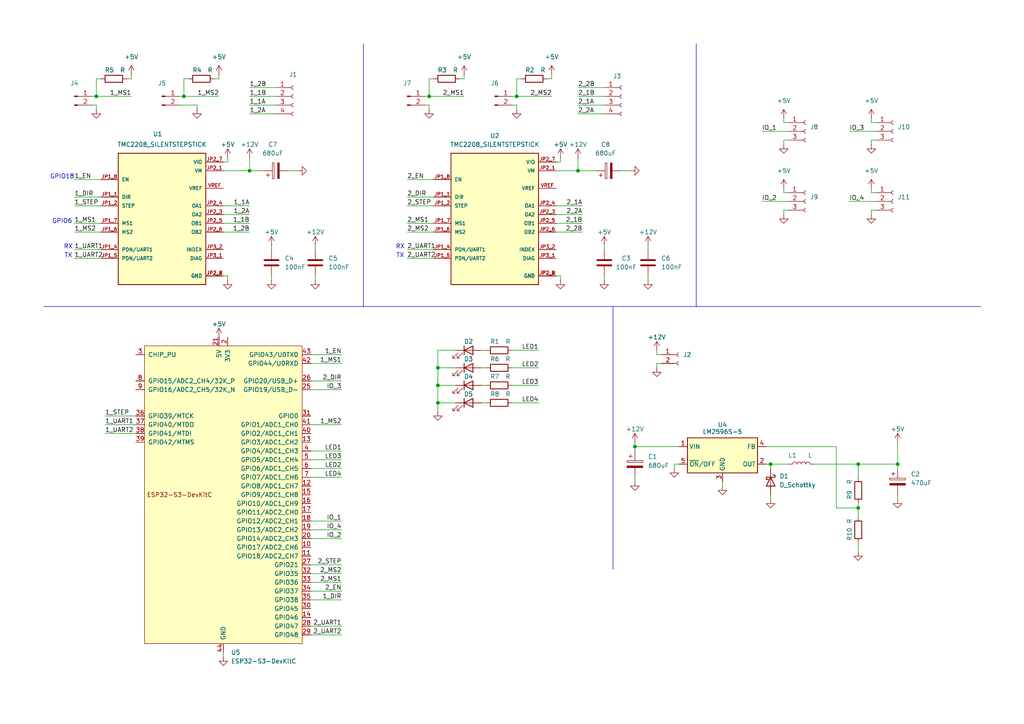
<source format=kicad_sch>
(kicad_sch (version 20231120) (generator "eeschema") (generator_version "8.0")
  (paper "A4")
  (lib_symbols
    (symbol "Connector:Conn_01x02_Pin" (pin_names (offset 1.016) hide)
      (property "Reference" "J" (at 0 2.54 0))
      (property "Value" "Conn_01x02_Pin" (at 0 -5.08 0))
      (symbol "Conn_01x02_Pin_1_1"
        (polyline (pts (xy 1.27 -2.54) (xy 0.8636 -2.54)) (stroke (width 0.1524)))
        (polyline (pts (xy 1.27 0) (xy 0.8636 0)) (stroke (width 0.1524)))
        (rectangle (start 0.8636 -2.413) (end 0 -2.667) (stroke (width 0.1524)) (fill (type outline)))
        (rectangle (start 0.8636 0.127) (end 0 -0.127) (stroke (width 0.1524)) (fill (type outline)))
        (pin passive line (at 5.08 0 180) (length 3.81) (name "Pin_1") (number "1"))
        (pin passive line (at 5.08 -2.54 180) (length 3.81) (name "Pin_2") (number "2"))
      )
    )
    (symbol "Connector:Conn_01x02_Socket" (pin_names (offset 1.016) hide)
      (property "Reference" "J" (at 0 2.54 0))
      (property "Value" "Conn_01x02_Socket" (at 0 -5.08 0))
      (symbol "Conn_01x02_Socket_1_1"
        (arc (start 0 -2.032) (mid -0.5058 -2.54) (end 0 -3.048) (stroke (width 0.1524)))
        (polyline (pts (xy -1.27 -2.54) (xy -0.508 -2.54)) (stroke (width 0.1524)))
        (polyline (pts (xy -1.27 0) (xy -0.508 0)) (stroke (width 0.1524)))
        (arc (start 0 0.508) (mid -0.5058 0) (end 0 -0.508) (stroke (width 0.1524)))
        (pin passive line (at -5.08 0 0) (length 3.81) (name "Pin_1") (number "1"))
        (pin passive line (at -5.08 -2.54 0) (length 3.81) (name "Pin_2") (number "2"))
      )
    )
    (symbol "Connector:Conn_01x03_Socket" (pin_names (offset 1.016) hide)
      (property "Reference" "J" (at 0 5.08 0))
      (property "Value" "Conn_01x03_Socket" (at 0 -5.08 0))
      (symbol "Conn_01x03_Socket_1_1"
        (arc (start 0 -2.032) (mid -0.5058 -2.54) (end 0 -3.048) (stroke (width 0.1524)))
        (polyline (pts (xy -1.27 -2.54) (xy -0.508 -2.54)) (stroke (width 0.1524)))
        (polyline (pts (xy -1.27 0) (xy -0.508 0)) (stroke (width 0.1524)))
        (polyline (pts (xy -1.27 2.54) (xy -0.508 2.54)) (stroke (width 0.1524)))
        (arc (start 0 0.508) (mid -0.5058 0) (end 0 -0.508) (stroke (width 0.1524)))
        (arc (start 0 3.048) (mid -0.5058 2.54) (end 0 2.032) (stroke (width 0.1524)))
        (pin passive line (at -5.08 2.54 0) (length 3.81) (name "Pin_1") (number "1"))
        (pin passive line (at -5.08 0 0) (length 3.81) (name "Pin_2") (number "2"))
        (pin passive line (at -5.08 -2.54 0) (length 3.81) (name "Pin_3") (number "3"))
      )
    )
    (symbol "Connector:Conn_01x04_Socket" (pin_names (offset 1.016) hide)
      (property "Reference" "J" (at 0 5.08 0))
      (property "Value" "Conn_01x04_Socket" (at 0 -7.62 0))
      (symbol "Conn_01x04_Socket_1_1"
        (arc (start 0 -4.572) (mid -0.5058 -5.08) (end 0 -5.588) (stroke (width 0.1524)))
        (arc (start 0 -2.032) (mid -0.5058 -2.54) (end 0 -3.048) (stroke (width 0.1524)))
        (polyline (pts (xy -1.27 -5.08) (xy -0.508 -5.08)) (stroke (width 0.1524)))
        (polyline (pts (xy -1.27 -2.54) (xy -0.508 -2.54)) (stroke (width 0.1524)))
        (polyline (pts (xy -1.27 0) (xy -0.508 0)) (stroke (width 0.1524)))
        (polyline (pts (xy -1.27 2.54) (xy -0.508 2.54)) (stroke (width 0.1524)))
        (arc (start 0 0.508) (mid -0.5058 0) (end 0 -0.508) (stroke (width 0.1524)))
        (arc (start 0 3.048) (mid -0.5058 2.54) (end 0 2.032) (stroke (width 0.1524)))
        (pin passive line (at -5.08 2.54 0) (length 3.81) (name "Pin_1") (number "1"))
        (pin passive line (at -5.08 0 0) (length 3.81) (name "Pin_2") (number "2"))
        (pin passive line (at -5.08 -2.54 0) (length 3.81) (name "Pin_3") (number "3"))
        (pin passive line (at -5.08 -5.08 0) (length 3.81) (name "Pin_4") (number "4"))
      )
    )
    (symbol "Device:C" (pin_numbers hide) (pin_names (offset 0.254))
      (property "Reference" "C" (at 0.635 2.54 0))
      (property "Value" "C" (at 0.635 -2.54 0))
      (symbol "C_0_1"
        (polyline (pts (xy -2.032 -0.762) (xy 2.032 -0.762)) (stroke (width 0.508)))
        (polyline (pts (xy -2.032 0.762) (xy 2.032 0.762)) (stroke (width 0.508)))
      )
      (symbol "C_1_1"
        (pin passive line (at 0 3.81 270) (length 2.794) (name "~") (number "1"))
        (pin passive line (at 0 -3.81 90) (length 2.794) (name "~") (number "2"))
      )
    )
    (symbol "Device:C_Polarized" (pin_numbers hide) (pin_names (offset 0.254))
      (property "Reference" "C" (at 0.635 2.54 0))
      (property "Value" "C_Polarized" (at 0.635 -2.54 0))
      (symbol "C_Polarized_0_1"
        (rectangle (start -2.286 0.508) (end 2.286 1.016))
        (polyline (pts (xy -1.778 2.286) (xy -0.762 2.286)))
        (polyline (pts (xy -1.27 2.794) (xy -1.27 1.778)))
        (rectangle (start 2.286 -0.508) (end -2.286 -1.016) (fill (type outline)))
      )
      (symbol "C_Polarized_1_1"
        (pin passive line (at 0 3.81 270) (length 2.794) (name "~") (number "1"))
        (pin passive line (at 0 -3.81 90) (length 2.794) (name "~") (number "2"))
      )
    )
    (symbol "Device:D_Schottky" (pin_numbers hide) (pin_names (offset 1.016) hide)
      (property "Reference" "D" (at 0 2.54 0))
      (property "Value" "D_Schottky" (at 0 -2.54 0))
      (symbol "D_Schottky_0_1"
        (polyline (pts (xy 1.27 0) (xy -1.27 0)))
        (polyline (pts (xy 1.27 1.27) (xy 1.27 -1.27) (xy -1.27 0) (xy 1.27 1.27)) (stroke (width 0.254)))
        (polyline (pts (xy -1.905 0.635) (xy -1.905 1.27) (xy -1.27 1.27) (xy -1.27 -1.27) (xy -0.635 -1.27) (xy -0.635 -0.635)) (stroke (width 0.254)))
      )
      (symbol "D_Schottky_1_1"
        (pin passive line (at -3.81 0 0) (length 2.54) (name "K") (number "1"))
        (pin passive line (at 3.81 0 180) (length 2.54) (name "A") (number "2"))
      )
    )
    (symbol "Device:L" (pin_numbers hide) (pin_names (offset 1.016) hide)
      (property "Reference" "L" (at -1.27 0 90))
      (property "Value" "L" (at 1.905 0 90))
      (symbol "L_0_1"
        (arc (start 0 -2.54) (mid 0.6323 -1.905) (end 0 -1.27))
        (arc (start 0 -1.27) (mid 0.6323 -0.635) (end 0 0))
        (arc (start 0 0) (mid 0.6323 0.635) (end 0 1.27))
        (arc (start 0 1.27) (mid 0.6323 1.905) (end 0 2.54))
      )
      (symbol "L_1_1"
        (pin passive line (at 0 3.81 270) (length 1.27) (name "1") (number "1"))
        (pin passive line (at 0 -3.81 90) (length 1.27) (name "2") (number "2"))
      )
    )
    (symbol "Device:LED" (pin_numbers hide) (pin_names (offset 1.016) hide)
      (property "Reference" "D" (at 0 2.54 0))
      (property "Value" "LED" (at 0 -2.54 0))
      (symbol "LED_0_1"
        (polyline (pts (xy -1.27 -1.27) (xy -1.27 1.27)) (stroke (width 0.254)))
        (polyline (pts (xy -1.27 0) (xy 1.27 0)))
        (polyline (pts (xy 1.27 -1.27) (xy 1.27 1.27) (xy -1.27 0) (xy 1.27 -1.27)) (stroke (width 0.254)))
        (polyline (pts (xy -3.048 -0.762) (xy -4.572 -2.286) (xy -3.81 -2.286) (xy -4.572 -2.286) (xy -4.572 -1.524)))
        (polyline (pts (xy -1.778 -0.762) (xy -3.302 -2.286) (xy -2.54 -2.286) (xy -3.302 -2.286) (xy -3.302 -1.524)))
      )
      (symbol "LED_1_1"
        (pin passive line (at -3.81 0 0) (length 2.54) (name "K") (number "1"))
        (pin passive line (at 3.81 0 180) (length 2.54) (name "A") (number "2"))
      )
    )
    (symbol "Device:R" (pin_numbers hide) (pin_names (offset 0))
      (property "Reference" "R" (at 2.032 0 90))
      (property "Value" "R" (at 0 0 90))
      (symbol "R_0_1"
        (rectangle (start -1.016 -2.54) (end 1.016 2.54) (stroke (width 0.254)))
      )
      (symbol "R_1_1"
        (pin passive line (at 0 3.81 270) (length 1.27) (name "~") (number "1"))
        (pin passive line (at 0 -3.81 90) (length 1.27) (name "~") (number "2"))
      )
    )
    (symbol "ESP32:ESP32-S3-DevKitC" (pin_names (offset 1.016))
      (property "Reference" "U" (at -22.86 48.26 0))
      (property "Value" "ESP32-S3-DevKitC" (at -22.86 45.72 0))
      (symbol "ESP32-S3-DevKitC_0_0"
        (text "ESP32-S3-DevKitC" (at -12.7 0 0) (effects (font (size 1.27 1.27))))
        (pin bidirectional line (at 25.4 -35.56 180) (length 2.54) (name "GPIO46") (number "14"))
        (pin bidirectional line (at 25.4 -10.16 180) (length 2.54) (name "GPIO13/ADC2_CH2") (number "19"))
        (pin bidirectional line (at -25.4 15.24 0) (length 2.54) (name "GPIO42/MTMS") (number "39"))
        (pin bidirectional line (at 25.4 17.78 180) (length 2.54) (name "GPIO2/ADC1_CH1") (number "40"))
        (pin bidirectional line (at 25.4 20.32 180) (length 2.54) (name "GPIO1/ADC1_CH0") (number "41"))
        (pin bidirectional line (at 25.4 38.1 180) (length 2.54) (name "GPIO44/U0RXD") (number "42"))
        (pin bidirectional line (at 25.4 40.64 180) (length 2.54) (name "GPIO43/U0TXD") (number "43"))
        (pin power_in line (at 0 -45.72 90) (length 2.54) (name "GND") (number "44"))
      )
      (symbol "ESP32-S3-DevKitC_0_1"
        (rectangle (start -22.86 43.18) (end 22.86 -43.18) (fill (type background)))
        (pin power_in line (at 1.27 45.72 270) (length 2.54) (name "3V3") (number "2"))
      )
      (symbol "ESP32-S3-DevKitC_1_1"
        (pin passive line (at 1.27 45.72 270) (length 2.54) hide (name "3V3") (number "1"))
        (pin bidirectional line (at 25.4 -15.24 180) (length 2.54) (name "GPIO17/ADC2_CH6") (number "10"))
        (pin bidirectional line (at 25.4 -17.78 180) (length 2.54) (name "GPIO18/ADC2_CH7") (number "11"))
        (pin bidirectional line (at 25.4 2.54 180) (length 2.54) (name "GPIO8/ADC1_CH7") (number "12"))
        (pin bidirectional line (at 25.4 15.24 180) (length 2.54) (name "GPIO3/ADC1_CH2") (number "13"))
        (pin bidirectional line (at 25.4 0 180) (length 2.54) (name "GPIO9/ADC1_CH8") (number "15"))
        (pin bidirectional line (at 25.4 -2.54 180) (length 2.54) (name "GPIO10/ADC1_CH9") (number "16"))
        (pin bidirectional line (at 25.4 -5.08 180) (length 2.54) (name "GPIO11/ADC2_CH0") (number "17"))
        (pin bidirectional line (at 25.4 -7.62 180) (length 2.54) (name "GPIO12/ADC2_CH1") (number "18"))
        (pin bidirectional line (at 25.4 -12.7 180) (length 2.54) (name "GPIO14/ADC2_CH3") (number "20"))
        (pin power_in line (at -1.27 45.72 270) (length 2.54) (name "5V") (number "21"))
        (pin passive line (at 0 -45.72 90) (length 2.54) hide (name "GND") (number "22"))
        (pin passive line (at 0 -45.72 90) (length 2.54) hide (name "GND") (number "23"))
        (pin passive line (at 0 -45.72 90) (length 2.54) hide (name "GND") (number "24"))
        (pin bidirectional line (at 25.4 30.48 180) (length 2.54) (name "GPIO19/USB_D-") (number "25"))
        (pin bidirectional line (at 25.4 33.02 180) (length 2.54) (name "GPIO20/USB_D+") (number "26"))
        (pin bidirectional line (at 25.4 -20.32 180) (length 2.54) (name "GPIO21") (number "27"))
        (pin bidirectional line (at 25.4 -38.1 180) (length 2.54) (name "GPIO47") (number "28"))
        (pin bidirectional line (at 25.4 -40.64 180) (length 2.54) (name "GPIO48") (number "29"))
        (pin input line (at -25.4 40.64 0) (length 2.54) (name "CHIP_PU") (number "3"))
        (pin bidirectional line (at 25.4 -33.02 180) (length 2.54) (name "GPIO45") (number "30"))
        (pin bidirectional line (at 25.4 22.86 180) (length 2.54) (name "GPIO0") (number "31"))
        (pin bidirectional line (at 25.4 -22.86 180) (length 2.54) (name "GPIO35") (number "32"))
        (pin bidirectional line (at 25.4 -25.4 180) (length 2.54) (name "GPIO36") (number "33"))
        (pin bidirectional line (at 25.4 -27.94 180) (length 2.54) (name "GPIO37") (number "34"))
        (pin bidirectional line (at 25.4 -30.48 180) (length 2.54) (name "GPIO38") (number "35"))
        (pin bidirectional line (at -25.4 22.86 0) (length 2.54) (name "GPIO39/MTCK") (number "36"))
        (pin bidirectional line (at -25.4 20.32 0) (length 2.54) (name "GPIO40/MTDO") (number "37"))
        (pin bidirectional line (at -25.4 17.78 0) (length 2.54) (name "GPIO41/MTDI") (number "38"))
        (pin bidirectional line (at 25.4 12.7 180) (length 2.54) (name "GPIO4/ADC1_CH3") (number "4"))
        (pin bidirectional line (at 25.4 10.16 180) (length 2.54) (name "GPIO5/ADC1_CH4") (number "5"))
        (pin bidirectional line (at 25.4 7.62 180) (length 2.54) (name "GPIO6/ADC1_CH5") (number "6"))
        (pin bidirectional line (at 25.4 5.08 180) (length 2.54) (name "GPIO7/ADC1_CH6") (number "7"))
        (pin bidirectional line (at -25.4 33.02 0) (length 2.54) (name "GPIO15/ADC2_CH4/32K_P") (number "8"))
        (pin bidirectional line (at -25.4 30.48 0) (length 2.54) (name "GPIO16/ADC2_CH5/32K_N") (number "9"))
      )
    )
    (symbol "Regulator_Switching:LM2596S-5"
      (property "Reference" "U" (at -10.16 6.35 0))
      (property "Value" "LM2596S-5" (at 0 6.35 0))
      (symbol "LM2596S-5_0_1"
        (rectangle (start -10.16 5.08) (end 10.16 -5.08) (stroke (width 0.254)) (fill (type background)))
      )
      (symbol "LM2596S-5_1_1"
        (pin power_in line (at -12.7 2.54 0) (length 2.54) (name "VIN") (number "1"))
        (pin output line (at 12.7 -2.54 180) (length 2.54) (name "OUT") (number "2"))
        (pin power_in line (at 0 -7.62 90) (length 2.54) (name "GND") (number "3"))
        (pin input line (at 12.7 2.54 180) (length 2.54) (name "FB") (number "4"))
        (pin input line (at -12.7 -2.54 0) (length 2.54) (name "~{ON}/OFF") (number "5"))
      )
    )
    (symbol "TMC2208_SILENTSTEPSTICK:TMC2208_SILENTSTEPSTICK" (pin_names (offset 1.016))
      (property "Reference" "U" (at -12.7 19.05 0))
      (property "Value" "TMC2208_SILENTSTEPSTICK" (at -12.7 -22.86 0))
      (symbol "TMC2208_SILENTSTEPSTICK_0_0"
        (rectangle (start -12.7 -20.32) (end 12.7 17.78) (stroke (width 0.254)) (fill (type background)))
        (pin input line (at -17.78 5.08 0) (length 5.08) (name "DIR") (number "JP1_1"))
        (pin input line (at -17.78 2.54 0) (length 5.08) (name "STEP") (number "JP1_2"))
        (pin bidirectional line (at -17.78 -10.16 0) (length 5.08) (name "PDN/UART1") (number "JP1_4"))
        (pin bidirectional line (at -17.78 -12.7 0) (length 5.08) (name "PDN/UART2") (number "JP1_5"))
        (pin input line (at -17.78 -5.08 0) (length 5.08) (name "MS2") (number "JP1_6"))
        (pin input line (at -17.78 -2.54 0) (length 5.08) (name "MS1") (number "JP1_7"))
        (pin input line (at -17.78 10.16 0) (length 5.08) (name "EN") (number "JP1_8"))
        (pin power_in line (at 17.78 12.7 180) (length 5.08) (name "VM") (number "JP2_1"))
        (pin power_in line (at 17.78 -17.78 180) (length 5.08) (name "GND") (number "JP2_2"))
        (pin passive line (at 17.78 0 180) (length 5.08) (name "OA2") (number "JP2_3"))
        (pin passive line (at 17.78 2.54 180) (length 5.08) (name "OA1") (number "JP2_4"))
        (pin passive line (at 17.78 -2.54 180) (length 5.08) (name "OB1") (number "JP2_5"))
        (pin passive line (at 17.78 -5.08 180) (length 5.08) (name "OB2") (number "JP2_6"))
        (pin power_in line (at 17.78 15.24 180) (length 5.08) (name "VIO") (number "JP2_7"))
        (pin power_in line (at 17.78 -17.78 180) (length 5.08) (name "GND") (number "JP2_8"))
        (pin output line (at 17.78 -12.7 180) (length 5.08) (name "DIAG") (number "JP3_1"))
        (pin output line (at 17.78 -10.16 180) (length 5.08) (name "INDEX") (number "JP3_2"))
        (pin passive line (at 17.78 7.62 180) (length 5.08) (name "VREF") (number "VREF"))
      )
    )
    (symbol "power:+12V" (power) (pin_numbers hide) (pin_names (offset 0) hide)
      (property "Value" "+12V" (at 0 3.556 0))
      (symbol "+12V_0_1"
        (polyline (pts (xy -0.762 1.27) (xy 0 2.54)))
        (polyline (pts (xy 0 0) (xy 0 2.54)))
        (polyline (pts (xy 0 2.54) (xy 0.762 1.27)))
      )
      (symbol "+12V_1_1"
        (pin power_in line (at 0 0 90) (length 0) (name "~") (number "1"))
      )
    )
    (symbol "power:+5V" (power) (pin_numbers hide) (pin_names (offset 0) hide)
      (property "Value" "+5V" (at 0 3.556 0))
      (symbol "+5V_0_1"
        (polyline (pts (xy -0.762 1.27) (xy 0 2.54)))
        (polyline (pts (xy 0 0) (xy 0 2.54)))
        (polyline (pts (xy 0 2.54) (xy 0.762 1.27)))
      )
      (symbol "+5V_1_1"
        (pin power_in line (at 0 0 90) (length 0) (name "~") (number "1"))
      )
    )
    (symbol "power:GND" (power) (pin_numbers hide) (pin_names (offset 0) hide)
      (property "Value" "GND" (at 0 -3.81 0))
      (symbol "GND_0_1"
        (polyline (pts (xy 0 0) (xy 0 -1.27) (xy 1.27 -1.27) (xy 0 -2.54) (xy -1.27 -1.27) (xy 0 -1.27)))
      )
      (symbol "GND_1_1"
        (pin power_in line (at 0 0 270) (length 0) (name "~") (number "1"))
      )
    )
  )
  (junction (at 260.35 134.62))
  (junction (at 223.52 134.62))
  (junction (at 127 106.68))
  (junction (at 184.15 129.54))
  (junction (at 248.92 147.32))
  (junction (at 167.64 49.53))
  (junction (at 53.34 27.94))
  (junction (at 124.46 27.94))
  (junction (at 248.92 134.62))
  (junction (at 149.86 27.94))
  (junction (at 72.39 49.53))
  (junction (at 127 116.84))
  (junction (at 27.94 27.94))
  (junction (at 127 111.76))
  (wire (pts (xy 118.11 72.39) (xy 125.73 72.39)))
  (wire (pts (xy 228.6 60.96) (xy 227.33 60.96)))
  (wire (pts (xy 90.17 135.89) (xy 99.06 135.89)))
  (wire (pts (xy 252.73 60.96) (xy 252.73 62.23)))
  (wire (pts (xy 30.48 123.19) (xy 39.37 123.19)))
  (wire (pts (xy 167.64 30.48) (xy 175.26 30.48)))
  (wire (pts (xy 242.57 129.54) (xy 222.25 129.54)))
  (wire (pts (xy 64.77 190.5) (xy 64.77 189.23)))
  (wire (pts (xy 72.39 62.23) (xy 64.77 62.23)))
  (wire (pts (xy 90.17 110.49) (xy 99.06 110.49)))
  (wire (pts (xy 191.77 102.87) (xy 190.5 102.87)))
  (wire (pts (xy 90.17 102.87) (xy 99.06 102.87)))
  (wire (pts (xy 90.17 133.35) (xy 99.06 133.35)))
  (wire (pts (xy 149.86 30.48) (xy 149.86 31.75)))
  (wire (pts (xy 90.17 171.45) (xy 99.06 171.45)))
  (wire (pts (xy 161.29 62.23) (xy 168.91 62.23)))
  (wire (pts (xy 242.57 147.32) (xy 242.57 129.54)))
  (wire (pts (xy 248.92 134.62) (xy 260.35 134.62)))
  (wire (pts (xy 252.73 55.88) (xy 252.73 54.61)))
  (wire (pts (xy 148.59 27.94) (xy 149.86 27.94)))
  (wire (pts (xy 90.17 113.03) (xy 99.06 113.03)))
  (wire (pts (xy 167.64 49.53) (xy 172.72 49.53)))
  (wire (pts (xy 127 111.76) (xy 127 116.84)))
  (wire (pts (xy 260.35 128.27) (xy 260.35 134.62)))
  (wire (pts (xy 227.33 40.64) (xy 227.33 41.91)))
  (wire (pts (xy 149.86 22.86) (xy 149.86 27.94)))
  (wire (pts (xy 66.04 80.01) (xy 66.04 81.28)))
  (wire (pts (xy 57.15 30.48) (xy 57.15 31.75)))
  (wire (pts (xy 148.59 101.6) (xy 156.21 101.6)))
  (wire (pts (xy 30.48 125.73) (xy 39.37 125.73)))
  (polyline (pts (xy 12.7 88.9) (xy 105.41 88.9)))
  (wire (pts (xy 118.11 57.15) (xy 125.73 57.15)))
  (wire (pts (xy 90.17 123.19) (xy 99.06 123.19)))
  (wire (pts (xy 90.17 166.37) (xy 99.06 166.37)))
  (wire (pts (xy 162.56 45.72) (xy 162.56 46.99)))
  (wire (pts (xy 54.61 22.86) (xy 53.34 22.86)))
  (wire (pts (xy 27.94 30.48) (xy 27.94 31.75)))
  (wire (pts (xy 36.83 22.86) (xy 38.1 22.86)))
  (wire (pts (xy 139.7 111.76) (xy 140.97 111.76)))
  (wire (pts (xy 64.77 46.99) (xy 66.04 46.99)))
  (polyline (pts (xy 105.41 12.7) (xy 105.41 88.9)))
  (wire (pts (xy 66.04 45.72) (xy 66.04 46.99)))
  (polyline (pts (xy 201.93 12.7) (xy 201.93 88.9)))
  (wire (pts (xy 52.07 27.94) (xy 53.34 27.94)))
  (wire (pts (xy 132.08 111.76) (xy 127 111.76)))
  (wire (pts (xy 190.5 105.41) (xy 191.77 105.41)))
  (wire (pts (xy 72.39 49.53) (xy 76.2 49.53)))
  (wire (pts (xy 90.17 156.21) (xy 99.06 156.21)))
  (wire (pts (xy 227.33 55.88) (xy 227.33 54.61)))
  (wire (pts (xy 21.59 64.77) (xy 29.21 64.77)))
  (wire (pts (xy 160.02 21.59) (xy 160.02 22.86)))
  (wire (pts (xy 184.15 138.43) (xy 184.15 139.7)))
  (wire (pts (xy 127 116.84) (xy 132.08 116.84)))
  (wire (pts (xy 180.34 49.53) (xy 182.88 49.53)))
  (wire (pts (xy 148.59 30.48) (xy 149.86 30.48)))
  (wire (pts (xy 223.52 134.62) (xy 222.25 134.62)))
  (wire (pts (xy 161.29 59.69) (xy 168.91 59.69)))
  (wire (pts (xy 63.5 21.59) (xy 63.5 22.86)))
  (wire (pts (xy 190.5 102.87) (xy 190.5 101.6)))
  (wire (pts (xy 123.19 30.48) (xy 124.46 30.48)))
  (wire (pts (xy 21.59 59.69) (xy 29.21 59.69)))
  (wire (pts (xy 124.46 22.86) (xy 124.46 27.94)))
  (wire (pts (xy 83.82 49.53) (xy 86.36 49.53)))
  (wire (pts (xy 53.34 27.94) (xy 63.5 27.94)))
  (wire (pts (xy 91.44 71.12) (xy 91.44 72.39)))
  (wire (pts (xy 21.59 52.07) (xy 29.21 52.07)))
  (wire (pts (xy 90.17 163.83) (xy 99.06 163.83)))
  (wire (pts (xy 254 55.88) (xy 252.73 55.88)))
  (wire (pts (xy 21.59 67.31) (xy 29.21 67.31)))
  (wire (pts (xy 26.67 27.94) (xy 27.94 27.94)))
  (wire (pts (xy 127 106.68) (xy 127 111.76)))
  (wire (pts (xy 127 101.6) (xy 127 106.68)))
  (wire (pts (xy 26.67 30.48) (xy 27.94 30.48)))
  (polyline (pts (xy 201.93 88.9) (xy 284.48 88.9)))
  (wire (pts (xy 123.19 27.94) (xy 124.46 27.94)))
  (wire (pts (xy 260.35 134.62) (xy 260.35 135.89)))
  (wire (pts (xy 161.29 46.99) (xy 162.56 46.99)))
  (wire (pts (xy 90.17 138.43) (xy 99.06 138.43)))
  (wire (pts (xy 187.96 71.12) (xy 187.96 72.39)))
  (wire (pts (xy 184.15 128.27) (xy 184.15 129.54)))
  (wire (pts (xy 184.15 129.54) (xy 196.85 129.54)))
  (wire (pts (xy 167.64 49.53) (xy 167.64 45.72)))
  (wire (pts (xy 27.94 22.86) (xy 29.21 22.86)))
  (wire (pts (xy 236.22 134.62) (xy 248.92 134.62)))
  (wire (pts (xy 148.59 116.84) (xy 156.21 116.84)))
  (wire (pts (xy 78.74 80.01) (xy 78.74 81.28)))
  (wire (pts (xy 134.62 21.59) (xy 134.62 22.86)))
  (wire (pts (xy 127 116.84) (xy 127 119.38)))
  (wire (pts (xy 196.85 134.62) (xy 195.58 134.62)))
  (wire (pts (xy 252.73 35.56) (xy 252.73 34.29)))
  (wire (pts (xy 252.73 35.56) (xy 254 35.56)))
  (wire (pts (xy 72.39 30.48) (xy 80.01 30.48)))
  (wire (pts (xy 53.34 22.86) (xy 53.34 27.94)))
  (wire (pts (xy 39.37 120.65) (xy 30.48 120.65)))
  (wire (pts (xy 167.64 27.94) (xy 175.26 27.94)))
  (wire (pts (xy 162.56 80.01) (xy 162.56 81.28)))
  (wire (pts (xy 220.98 38.1) (xy 228.6 38.1)))
  (wire (pts (xy 228.6 35.56) (xy 227.33 35.56)))
  (wire (pts (xy 228.6 40.64) (xy 227.33 40.64)))
  (wire (pts (xy 254 40.64) (xy 252.73 40.64)))
  (wire (pts (xy 148.59 111.76) (xy 156.21 111.76)))
  (wire (pts (xy 175.26 80.01) (xy 175.26 81.28)))
  (wire (pts (xy 175.26 71.12) (xy 175.26 72.39)))
  (wire (pts (xy 187.96 80.01) (xy 187.96 81.28)))
  (wire (pts (xy 118.11 64.77) (xy 125.73 64.77)))
  (wire (pts (xy 90.17 105.41) (xy 99.06 105.41)))
  (wire (pts (xy 167.64 33.02) (xy 175.26 33.02)))
  (wire (pts (xy 124.46 27.94) (xy 134.62 27.94)))
  (wire (pts (xy 64.77 59.69) (xy 72.39 59.69)))
  (wire (pts (xy 246.38 38.1) (xy 254 38.1)))
  (wire (pts (xy 99.06 184.15) (xy 90.17 184.15)))
  (wire (pts (xy 21.59 72.39) (xy 29.21 72.39)))
  (wire (pts (xy 64.77 80.01) (xy 66.04 80.01)))
  (wire (pts (xy 248.92 157.48) (xy 248.92 160.02)))
  (wire (pts (xy 133.35 22.86) (xy 134.62 22.86)))
  (wire (pts (xy 118.11 67.31) (xy 125.73 67.31)))
  (wire (pts (xy 118.11 52.07) (xy 125.73 52.07)))
  (wire (pts (xy 38.1 22.86) (xy 38.1 21.59)))
  (wire (pts (xy 161.29 64.77) (xy 168.91 64.77)))
  (wire (pts (xy 124.46 30.48) (xy 124.46 31.75)))
  (wire (pts (xy 139.7 101.6) (xy 140.97 101.6)))
  (wire (pts (xy 209.55 140.97) (xy 209.55 139.7)))
  (wire (pts (xy 248.92 147.32) (xy 242.57 147.32)))
  (wire (pts (xy 184.15 129.54) (xy 184.15 130.81)))
  (wire (pts (xy 91.44 80.01) (xy 91.44 81.28)))
  (wire (pts (xy 248.92 147.32) (xy 248.92 149.86)))
  (wire (pts (xy 125.73 22.86) (xy 124.46 22.86)))
  (wire (pts (xy 27.94 22.86) (xy 27.94 27.94)))
  (wire (pts (xy 149.86 27.94) (xy 160.02 27.94)))
  (wire (pts (xy 223.52 134.62) (xy 228.6 134.62)))
  (wire (pts (xy 139.7 106.68) (xy 140.97 106.68)))
  (wire (pts (xy 27.94 27.94) (xy 38.1 27.94)))
  (wire (pts (xy 72.39 33.02) (xy 80.01 33.02)))
  (wire (pts (xy 167.64 25.4) (xy 175.26 25.4)))
  (wire (pts (xy 72.39 27.94) (xy 80.01 27.94)))
  (wire (pts (xy 132.08 106.68) (xy 127 106.68)))
  (wire (pts (xy 252.73 40.64) (xy 252.73 41.91)))
  (wire (pts (xy 78.74 71.12) (xy 78.74 72.39)))
  (wire (pts (xy 227.33 35.56) (xy 227.33 34.29)))
  (polyline (pts (xy 177.8 88.9) (xy 177.8 165.1)))
  (polyline (pts (xy 105.41 88.9) (xy 201.93 88.9)))
  (wire (pts (xy 62.23 22.86) (xy 63.5 22.86)))
  (wire (pts (xy 195.58 134.62) (xy 195.58 135.89)))
  (wire (pts (xy 21.59 57.15) (xy 29.21 57.15)))
  (wire (pts (xy 139.7 116.84) (xy 140.97 116.84)))
  (wire (pts (xy 161.29 49.53) (xy 167.64 49.53)))
  (wire (pts (xy 118.11 74.93) (xy 125.73 74.93)))
  (wire (pts (xy 72.39 49.53) (xy 72.39 45.72)))
  (wire (pts (xy 248.92 146.05) (xy 248.92 147.32)))
  (wire (pts (xy 52.07 30.48) (xy 57.15 30.48)))
  (wire (pts (xy 223.52 134.62) (xy 223.52 135.89)))
  (wire (pts (xy 72.39 25.4) (xy 80.01 25.4)))
  (wire (pts (xy 151.13 22.86) (xy 149.86 22.86)))
  (wire (pts (xy 228.6 55.88) (xy 227.33 55.88)))
  (wire (pts (xy 260.35 143.51) (xy 260.35 144.78)))
  (wire (pts (xy 72.39 64.77) (xy 64.77 64.77)))
  (wire (pts (xy 162.56 80.01) (xy 161.29 80.01)))
  (wire (pts (xy 21.59 74.93) (xy 29.21 74.93)))
  (wire (pts (xy 248.92 134.62) (xy 248.92 138.43)))
  (wire (pts (xy 72.39 67.31) (xy 64.77 67.31)))
  (wire (pts (xy 161.29 67.31) (xy 168.91 67.31)))
  (wire (pts (xy 148.59 106.68) (xy 156.21 106.68)))
  (wire (pts (xy 90.17 130.81) (xy 99.06 130.81)))
  (wire (pts (xy 132.08 101.6) (xy 127 101.6)))
  (wire (pts (xy 227.33 60.96) (xy 227.33 62.23)))
  (wire (pts (xy 220.98 58.42) (xy 228.6 58.42)))
  (wire (pts (xy 90.17 153.67) (xy 99.06 153.67)))
  (wire (pts (xy 99.06 181.61) (xy 90.17 181.61)))
  (wire (pts (xy 254 60.96) (xy 252.73 60.96)))
  (wire (pts (xy 64.77 49.53) (xy 72.39 49.53)))
  (wire (pts (xy 118.11 59.69) (xy 125.73 59.69)))
  (wire (pts (xy 246.38 58.42) (xy 254 58.42)))
  (wire (pts (xy 223.52 143.51) (xy 223.52 144.78)))
  (wire (pts (xy 90.17 173.99) (xy 99.06 173.99)))
  (wire (pts (xy 90.17 168.91) (xy 99.06 168.91)))
  (wire (pts (xy 158.75 22.86) (xy 160.02 22.86)))
  (wire (pts (xy 90.17 151.13) (xy 99.06 151.13)))
  (wire (pts (xy 190.5 106.68) (xy 190.5 105.41)))
  (text "TX" (at 116.078 74.168 0) (effects (font (size 1.27 1.27))))
  (text "GPIO18" (at 18.034 51.308 0) (effects (font (size 1.27 1.27))))
  (text "RX" (at 116.078 71.628 0) (effects (font (size 1.27 1.27))))
  (text "RX" (at 19.812 71.628 0) (effects (font (size 1.27 1.27))))
  (text "TX" (at 19.812 74.168 0) (effects (font (size 1.27 1.27))))
  (text "GPIO6\n\n" (at 18.034 65.278 0) (effects (font (size 1.27 1.27))))
  (label "2_UART1" (at 99.06 181.61 180))
  (label "2_STEP" (at 99.06 163.83 180))
  (label "1_1B" (at 72.39 27.94 0))
  (label "2_2B" (at 168.91 67.31 180))
  (label "1_EN" (at 21.59 52.07 0))
  (label "IO_2" (at 99.06 156.21 180))
  (label "LED4" (at 156.21 116.84 180))
  (label "IO_4" (at 246.38 58.42 0))
  (label "1_1A" (at 72.39 30.48 0))
  (label "LED1" (at 99.06 130.81 180))
  (label "LED3" (at 156.21 111.76 180))
  (label "2_1B" (at 168.91 64.77 180))
  (label "LED4" (at 99.06 138.43 180))
  (label "1_STEP" (at 21.59 59.69 0))
  (label "2_UART1" (at 118.11 72.39 0))
  (label "1_MS1" (at 99.06 105.41 180))
  (label "2_EN" (at 99.06 171.45 180))
  (label "1_MS2" (at 21.59 67.31 0))
  (label "1_EN" (at 99.06 102.87 180))
  (label "1_MS2" (at 63.5 27.94 180))
  (label "2_MS1" (at 118.11 64.77 0))
  (label "1_DIR" (at 21.59 57.15 0))
  (label "1_UART1" (at 30.48 123.19 0))
  (label "2_1A" (at 168.91 59.69 180))
  (label "2_EN" (at 118.11 52.07 0))
  (label "2_MS1" (at 99.06 168.91 180))
  (label "IO_3" (at 99.06 113.03 180))
  (label "1_UART1" (at 21.59 72.39 0))
  (label "LED2" (at 156.21 106.68 180))
  (label "1_1B" (at 72.39 64.77 180))
  (label "2_MS1" (at 134.62 27.94 180))
  (label "IO_1" (at 99.06 151.13 180))
  (label "1_1A" (at 72.39 59.69 180))
  (label "1_UART2" (at 21.59 74.93 0))
  (label "1_MS1" (at 38.1 27.94 180))
  (label "IO_1" (at 220.98 38.1 0))
  (label "2_MS2" (at 99.06 166.37 180))
  (label "2_UART2" (at 99.06 184.15 180))
  (label "IO_4" (at 99.06 153.67 180))
  (label "1_MS2" (at 99.06 123.19 180))
  (label "2_MS2" (at 118.11 67.31 0))
  (label "2_2A" (at 167.64 33.02 0))
  (label "2_2A" (at 168.91 62.23 180))
  (label "2_1B" (at 167.64 27.94 0))
  (label "IO_2" (at 220.98 58.42 0))
  (label "LED1" (at 156.21 101.6 180))
  (label "2_2B" (at 167.64 25.4 0))
  (label "1_2A" (at 72.39 62.23 180))
  (label "1_2B" (at 72.39 25.4 0))
  (label "IO_3" (at 246.38 38.1 0))
  (label "2_UART2" (at 118.11 74.93 0))
  (label "LED2" (at 99.06 135.89 180))
  (label "1_UART2" (at 30.48 125.73 0))
  (label "1_STEP" (at 30.48 120.65 0))
  (label "1_DIR" (at 99.06 173.99 180))
  (label "1_2B" (at 72.39 67.31 180))
  (label "2_STEP" (at 118.11 59.69 0))
  (label "2_MS2" (at 160.02 27.94 180))
  (label "1_MS1" (at 21.59 64.77 0))
  (label "2_1A" (at 167.64 30.48 0))
  (label "2_DIR" (at 118.11 57.15 0))
  (label "2_DIR" (at 99.06 110.49 180))
  (label "1_2A" (at 72.39 33.02 0))
  (label "LED3" (at 99.06 133.35 180))
  (symbol (lib_id "power:GND") (at 149.86 31.75 0) (unit 1)
    (property "Reference" "#PWR020" (effects (hide yes)))
    (property "Value" "GND" (effects (hide yes)))
    (property "Description" "Power symbol creates a global label with name \"GND\" , ground" (effects (hide yes)))
  )
  (symbol (lib_id "power:+5V") (at 160.02 21.59 0) (unit 1)
    (property "Reference" "#PWR024" (effects (hide yes)))
    (property "Value" "+5V" (at 160.02 16.51 0))
    (property "Description" "Power symbol creates a global label with name \"+5V\"" (effects (hide yes)))
  )
  (symbol (lib_id "Device:LED") (at 135.89 116.84 0) (unit 1)
    (property "Reference" "D5" (at 135.89 114.3 0))
    (property "Value" "LED" (effects (hide yes)))
    (property "Footprint" "LED_THT:LED_D5.0mm" (effects (hide yes)))
    (property "Description" "Light emitting diode" (effects (hide yes)))
  )
  (symbol (lib_id "Connector:Conn_01x04_Socket") (at 85.09 27.94 0) (unit 1)
    (property "Reference" "J1" (at 83.82 21.59 0) (effects (justify left)))
    (property "Value" "Conn_01x04_Socket" (effects (hide yes)))
    (property "Footprint" "TerminalBlock_Phoenix:TerminalBlock_Phoenix_MKDS-1,5-4_1x04_P5.00mm_Horizontal" (effects (hide yes)))
    (property "Description" "Generic connector, single row, 01x04, script generated" (effects (hide yes)))
  )
  (symbol (lib_id "power:GND") (at 209.55 140.97 0) (unit 1)
    (property "Reference" "#PWR06" (effects (hide yes)))
    (property "Value" "GND" (effects (hide yes)))
    (property "Description" "Power symbol creates a global label with name \"GND\" , ground" (effects (hide yes)))
  )
  (symbol (lib_id "power:GND") (at 182.88 49.53 90) (unit 1)
    (property "Reference" "#PWR036" (effects (hide yes)))
    (property "Value" "GND" (effects (hide yes)))
    (property "Description" "Power symbol creates a global label with name \"GND\" , ground" (effects (hide yes)))
  )
  (symbol (lib_id "Device:R") (at 33.02 22.86 90) (unit 1)
    (property "Reference" "R5" (at 31.75 20.32 90))
    (property "Value" "R" (at 35.56 20.32 90))
    (property "Footprint" "Resistor_SMD:R_0805_2012Metric_Pad1.20x1.40mm_HandSolder" (effects (hide yes)))
    (property "Description" "Resistor" (effects (hide yes)))
  )
  (symbol (lib_id "Device:R") (at 129.54 22.86 90) (unit 1)
    (property "Reference" "R3" (at 128.27 20.32 90))
    (property "Value" "R" (at 132.08 20.32 90))
    (property "Footprint" "Resistor_SMD:R_0805_2012Metric_Pad1.20x1.40mm_HandSolder" (effects (hide yes)))
    (property "Description" "Resistor" (effects (hide yes)))
  )
  (symbol (lib_id "Device:LED") (at 135.89 101.6 0) (unit 1)
    (property "Reference" "D2" (at 135.89 99.06 0))
    (property "Value" "LED" (effects (hide yes)))
    (property "Footprint" "LED_THT:LED_D5.0mm" (effects (hide yes)))
    (property "Description" "Light emitting diode" (effects (hide yes)))
  )
  (symbol (lib_id "Connector:Conn_01x02_Pin") (at 118.11 27.94 0) (unit 1)
    (property "Reference" "J7" (at 118.11 24.13 0))
    (property "Value" "Conn_01x02_Pin" (effects (hide yes)))
    (property "Footprint" "Connector_PinHeader_2.54mm:PinHeader_1x02_P2.54mm_Vertical" (effects (hide yes)))
    (property "Description" "Generic connector, single row, 01x02, script generated" (effects (hide yes)))
  )
  (symbol (lib_id "Device:C_Polarized") (at 184.15 134.62 0) (unit 1)
    (property "Reference" "C1" (at 187.96 132.4609 0) (effects (justify left)))
    (property "Value" "680uF" (at 187.96 135.0009 0) (effects (justify left)))
    (property "Footprint" "Capacitor_THT:CP_Radial_D8.0mm_P5.00mm" (effects (hide yes)))
    (property "Description" "Polarized capacitor" (effects (hide yes)))
  )
  (symbol (lib_id "power:GND") (at 260.35 144.78 0) (unit 1)
    (property "Reference" "#PWR08" (effects (hide yes)))
    (property "Value" "GND" (effects (hide yes)))
    (property "Description" "Power symbol creates a global label with name \"GND\" , ground" (effects (hide yes)))
  )
  (symbol (lib_id "power:GND") (at 252.73 62.23 0) (unit 1)
    (property "Reference" "#PWR032" (effects (hide yes)))
    (property "Value" "GND" (effects (hide yes)))
    (property "Description" "Power symbol creates a global label with name \"GND\" , ground" (effects (hide yes)))
  )
  (symbol (lib_id "power:+5V") (at 66.04 45.72 0) (unit 1)
    (property "Reference" "#PWR011" (effects (hide yes)))
    (property "Value" "+5V" (at 66.04 41.91 0))
    (property "Description" "Power symbol creates a global label with name \"+5V\"" (effects (hide yes)))
  )
  (symbol (lib_id "power:+12V") (at 72.39 45.72 0) (unit 1)
    (property "Reference" "#PWR010" (effects (hide yes)))
    (property "Value" "+12V" (at 72.39 41.91 0))
    (property "Description" "Power symbol creates a global label with name \"+12V\"" (effects (hide yes)))
  )
  (symbol (lib_id "Device:C_Polarized") (at 176.53 49.53 90) (unit 1)
    (property "Reference" "C8" (at 175.641 41.91 90))
    (property "Value" "680uF" (at 175.641 44.45 90))
    (property "Footprint" "Capacitor_THT:CP_Radial_D8.0mm_P5.00mm" (effects (hide yes)))
    (property "Description" "Polarized capacitor" (effects (hide yes)))
  )
  (symbol (lib_id "power:+5V") (at 227.33 34.29 0) (unit 1)
    (property "Reference" "#PWR025" (effects (hide yes)))
    (property "Value" "+5V" (at 227.33 29.21 0))
    (property "Description" "Power symbol creates a global label with name \"+5V\"" (effects (hide yes)))
  )
  (symbol (lib_id "Device:D_Schottky") (at 223.52 139.7 270) (unit 1)
    (property "Reference" "D1" (at 226.06 138.1124 90) (effects (justify left)))
    (property "Value" "D_Schottky" (at 226.06 140.6524 90) (effects (justify left)))
    (property "Footprint" "Diode_SMD:D_SMB_Handsoldering" (effects (hide yes)))
    (property "Description" "Schottky diode" (effects (hide yes)))
  )
  (symbol (lib_id "power:GND") (at 223.52 144.78 0) (unit 1)
    (property "Reference" "#PWR07" (effects (hide yes)))
    (property "Value" "GND" (effects (hide yes)))
    (property "Description" "Power symbol creates a global label with name \"GND\" , ground" (effects (hide yes)))
  )
  (symbol (lib_id "power:GND") (at 57.15 31.75 0) (unit 1)
    (property "Reference" "#PWR019" (effects (hide yes)))
    (property "Value" "GND" (effects (hide yes)))
    (property "Description" "Power symbol creates a global label with name \"GND\" , ground" (effects (hide yes)))
  )
  (symbol (lib_id "power:+5V") (at 63.5 21.59 0) (unit 1)
    (property "Reference" "#PWR033" (effects (hide yes)))
    (property "Value" "+5V" (at 63.5 16.51 0))
    (property "Description" "Power symbol creates a global label with name \"+5V\"" (effects (hide yes)))
  )
  (symbol (lib_id "power:+12V") (at 167.64 45.72 0) (unit 1)
    (property "Reference" "#PWR016" (effects (hide yes)))
    (property "Value" "+12V" (at 167.64 41.91 0))
    (property "Description" "Power symbol creates a global label with name \"+12V\"" (effects (hide yes)))
  )
  (symbol (lib_id "Device:LED") (at 135.89 106.68 0) (unit 1)
    (property "Reference" "D3" (at 135.89 104.14 0))
    (property "Value" "LED" (effects (hide yes)))
    (property "Footprint" "LED_THT:LED_D5.0mm" (effects (hide yes)))
    (property "Description" "Light emitting diode" (effects (hide yes)))
  )
  (symbol (lib_id "Device:R") (at 144.78 101.6 90) (unit 1)
    (property "Reference" "R1" (at 143.51 99.06 90))
    (property "Value" "R" (at 147.32 99.06 90))
    (property "Footprint" "Resistor_SMD:R_0805_2012Metric_Pad1.20x1.40mm_HandSolder" (effects (hide yes)))
    (property "Description" "Resistor" (effects (hide yes)))
  )
  (symbol (lib_id "power:GND") (at 124.46 31.75 0) (unit 1)
    (property "Reference" "#PWR021" (effects (hide yes)))
    (property "Value" "GND" (effects (hide yes)))
    (property "Description" "Power symbol creates a global label with name \"GND\" , ground" (effects (hide yes)))
  )
  (symbol (lib_id "power:+5V") (at 134.62 21.59 0) (unit 1)
    (property "Reference" "#PWR023" (effects (hide yes)))
    (property "Value" "+5V" (at 134.62 16.51 0))
    (property "Description" "Power symbol creates a global label with name \"+5V\"" (effects (hide yes)))
  )
  (symbol (lib_id "Device:LED") (at 135.89 111.76 0) (unit 1)
    (property "Reference" "D4" (at 135.89 109.22 0))
    (property "Value" "LED" (effects (hide yes)))
    (property "Footprint" "LED_THT:LED_D5.0mm" (effects (hide yes)))
    (property "Description" "Light emitting diode" (effects (hide yes)))
  )
  (symbol (lib_id "power:GND") (at 91.44 81.28 0) (unit 1)
    (property "Reference" "#PWR037" (effects (hide yes)))
    (property "Value" "GND" (effects (hide yes)))
    (property "Description" "Power symbol creates a global label with name \"GND\" , ground" (effects (hide yes)))
  )
  (symbol (lib_id "power:+5V") (at 252.73 54.61 0) (unit 1)
    (property "Reference" "#PWR031" (effects (hide yes)))
    (property "Value" "+5V" (at 252.73 49.53 0))
    (property "Description" "Power symbol creates a global label with name \"+5V\"" (effects (hide yes)))
  )
  (symbol (lib_id "power:GND") (at 27.94 31.75 0) (unit 1)
    (property "Reference" "#PWR018" (effects (hide yes)))
    (property "Value" "GND" (effects (hide yes)))
    (property "Description" "Power symbol creates a global label with name \"GND\" , ground" (effects (hide yes)))
  )
  (symbol (lib_id "Connector:Conn_01x02_Socket") (at 196.85 102.87 0) (unit 1)
    (property "Reference" "J2" (at 198.12 102.8699 0) (effects (justify left)))
    (property "Value" "Conn_01x02_Socket" (effects (hide yes)))
    (property "Footprint" "TerminalBlock_Phoenix:TerminalBlock_Phoenix_MKDS-1,5-2-5.08_1x02_P5.08mm_Horizontal" (effects (hide yes)))
    (property "Description" "Generic connector, single row, 01x02, script generated" (effects (hide yes)))
  )
  (symbol (lib_id "power:GND") (at 175.26 81.28 0) (unit 1)
    (property "Reference" "#PWR040" (effects (hide yes)))
    (property "Value" "GND" (effects (hide yes)))
    (property "Description" "Power symbol creates a global label with name \"GND\" , ground" (effects (hide yes)))
  )
  (symbol (lib_id "Connector:Conn_01x02_Pin") (at 21.59 27.94 0) (unit 1)
    (property "Reference" "J4" (at 21.59 24.13 0))
    (property "Value" "Conn_01x02_Pin" (effects (hide yes)))
    (property "Footprint" "Connector_PinHeader_2.54mm:PinHeader_1x02_P2.54mm_Vertical" (effects (hide yes)))
    (property "Description" "Generic connector, single row, 01x02, script generated" (effects (hide yes)))
  )
  (symbol (lib_id "Device:C_Polarized") (at 260.35 139.7 0) (unit 1)
    (property "Reference" "C2" (at 264.16 137.5409 0) (effects (justify left)))
    (property "Value" "470uF" (at 264.16 140.0809 0) (effects (justify left)))
    (property "Footprint" "Capacitor_THT:CP_Radial_D8.0mm_P5.00mm" (effects (hide yes)))
    (property "Description" "Polarized capacitor" (effects (hide yes)))
  )
  (symbol (lib_id "Device:C") (at 91.44 76.2 180) (unit 1)
    (property "Reference" "C5" (at 95.25 74.9299 0) (effects (justify right)))
    (property "Value" "100nF" (at 95.25 77.4699 0) (effects (justify right)))
    (property "Footprint" "Capacitor_SMD:C_0805_2012Metric_Pad1.18x1.45mm_HandSolder" (effects (hide yes)))
    (property "Description" "Unpolarized capacitor" (effects (hide yes)))
  )
  (symbol (lib_id "Device:R") (at 144.78 111.76 90) (unit 1)
    (property "Reference" "R7" (at 143.51 109.22 90))
    (property "Value" "R" (at 147.32 109.22 90))
    (property "Footprint" "Resistor_SMD:R_0805_2012Metric_Pad1.20x1.40mm_HandSolder" (effects (hide yes)))
    (property "Description" "Resistor" (effects (hide yes)))
  )
  (symbol (lib_id "power:+5V") (at 260.35 128.27 0) (unit 1)
    (property "Reference" "#PWR09" (effects (hide yes)))
    (property "Value" "+5V" (at 260.35 124.46 0))
    (property "Description" "Power symbol creates a global label with name \"+5V\"" (effects (hide yes)))
  )
  (symbol (lib_id "Device:R") (at 154.94 22.86 90) (unit 1)
    (property "Reference" "R2" (at 153.67 20.32 90))
    (property "Value" "R" (at 157.48 20.32 90))
    (property "Footprint" "Resistor_SMD:R_0805_2012Metric_Pad1.20x1.40mm_HandSolder" (effects (hide yes)))
    (property "Description" "Resistor" (effects (hide yes)))
  )
  (symbol (lib_id "Device:R") (at 248.92 153.67 180) (unit 1)
    (property "Reference" "R10" (at 246.38 154.94 90))
    (property "Value" "R" (at 246.38 151.13 90))
    (property "Footprint" "Resistor_SMD:R_0805_2012Metric_Pad1.20x1.40mm_HandSolder" (effects (hide yes)))
    (property "Description" "Resistor" (effects (hide yes)))
  )
  (symbol (lib_id "power:GND") (at 190.5 106.68 0) (unit 1)
    (property "Reference" "#PWR02" (effects (hide yes)))
    (property "Value" "GND" (effects (hide yes)))
    (property "Description" "Power symbol creates a global label with name \"GND\" , ground" (effects (hide yes)))
  )
  (symbol (lib_id "Connector:Conn_01x03_Socket") (at 233.68 38.1 0) (unit 1)
    (property "Reference" "J8" (at 234.95 36.8299 0) (effects (justify left)))
    (property "Value" "Conn_01x03_Socket" (effects (hide yes)))
    (property "Footprint" "Connector_PinHeader_2.54mm:PinHeader_1x03_P2.54mm_Vertical" (effects (hide yes)))
    (property "Description" "Generic connector, single row, 01x03, script generated" (effects (hide yes)))
  )
  (symbol (lib_id "Device:C") (at 187.96 76.2 180) (unit 1)
    (property "Reference" "C6" (at 191.77 74.9299 0) (effects (justify right)))
    (property "Value" "100nF" (at 191.77 77.4699 0) (effects (justify right)))
    (property "Footprint" "Capacitor_SMD:C_0805_2012Metric_Pad1.18x1.45mm_HandSolder" (effects (hide yes)))
    (property "Description" "Unpolarized capacitor" (effects (hide yes)))
  )
  (symbol (lib_id "power:GND") (at 227.33 62.23 0) (unit 1)
    (property "Reference" "#PWR028" (effects (hide yes)))
    (property "Value" "GND" (effects (hide yes)))
    (property "Description" "Power symbol creates a global label with name \"GND\" , ground" (effects (hide yes)))
  )
  (symbol (lib_id "power:GND") (at 86.36 49.53 90) (unit 1)
    (property "Reference" "#PWR035" (effects (hide yes)))
    (property "Value" "GND" (effects (hide yes)))
    (property "Description" "Power symbol creates a global label with name \"GND\" , ground" (effects (hide yes)))
  )
  (symbol (lib_id "power:GND") (at 64.77 190.5 0) (unit 1)
    (property "Reference" "#PWR043" (effects (hide yes)))
    (property "Value" "GND" (effects (hide yes)))
    (property "Description" "Power symbol creates a global label with name \"GND\" , ground" (effects (hide yes)))
  )
  (symbol (lib_id "power:+12V") (at 91.44 71.12 0) (unit 1)
    (property "Reference" "#PWR039" (effects (hide yes)))
    (property "Value" "+12V" (at 91.44 67.31 0))
    (property "Description" "Power symbol creates a global label with name \"+12V\"" (effects (hide yes)))
  )
  (symbol (lib_id "power:GND") (at 127 119.38 0) (unit 1)
    (property "Reference" "#PWR022" (effects (hide yes)))
    (property "Value" "GND" (effects (hide yes)))
    (property "Description" "Power symbol creates a global label with name \"GND\" , ground" (effects (hide yes)))
  )
  (symbol (lib_id "Connector:Conn_01x03_Socket") (at 233.68 58.42 0) (unit 1)
    (property "Reference" "J9" (at 234.95 57.1499 0) (effects (justify left)))
    (property "Value" "Conn_01x03_Socket" (effects (hide yes)))
    (property "Footprint" "Connector_PinHeader_2.54mm:PinHeader_1x03_P2.54mm_Vertical" (effects (hide yes)))
    (property "Description" "Generic connector, single row, 01x03, script generated" (effects (hide yes)))
  )
  (symbol (lib_id "power:GND") (at 78.74 81.28 0) (unit 1)
    (property "Reference" "#PWR012" (effects (hide yes)))
    (property "Value" "GND" (effects (hide yes)))
    (property "Description" "Power symbol creates a global label with name \"GND\" , ground" (effects (hide yes)))
  )
  (symbol (lib_id "Device:R") (at 248.92 142.24 180) (unit 1)
    (property "Reference" "R9" (at 246.38 143.51 90))
    (property "Value" "R" (at 246.38 139.7 90))
    (property "Footprint" "Resistor_SMD:R_0805_2012Metric_Pad1.20x1.40mm_HandSolder" (effects (hide yes)))
    (property "Description" "Resistor" (effects (hide yes)))
  )
  (symbol (lib_id "power:+5V") (at 175.26 71.12 0) (unit 1)
    (property "Reference" "#PWR017" (effects (hide yes)))
    (property "Value" "+5V" (at 175.26 67.31 0))
    (property "Description" "Power symbol creates a global label with name \"+5V\"" (effects (hide yes)))
  )
  (symbol (lib_id "power:+12V") (at 190.5 101.6 0) (unit 1)
    (property "Reference" "#PWR01" (effects (hide yes)))
    (property "Value" "+12V" (at 190.5 97.79 0))
    (property "Description" "Power symbol creates a global label with name \"+12V\"" (effects (hide yes)))
  )
  (symbol (lib_id "Device:R") (at 58.42 22.86 90) (unit 1)
    (property "Reference" "R4" (at 57.15 20.32 90))
    (property "Value" "R" (at 60.96 20.32 90))
    (property "Footprint" "Resistor_SMD:R_0805_2012Metric_Pad1.20x1.40mm_HandSolder" (effects (hide yes)))
    (property "Description" "Resistor" (effects (hide yes)))
  )
  (symbol (lib_id "power:+5V") (at 252.73 34.29 0) (unit 1)
    (property "Reference" "#PWR029" (effects (hide yes)))
    (property "Value" "+5V" (at 252.73 29.21 0))
    (property "Description" "Power symbol creates a global label with name \"+5V\"" (effects (hide yes)))
  )
  (symbol (lib_id "Connector:Conn_01x03_Socket") (at 259.08 58.42 0) (unit 1)
    (property "Reference" "J11" (at 260.35 57.1499 0) (effects (justify left)))
    (property "Value" "Conn_01x03_Socket" (effects (hide yes)))
    (property "Footprint" "Connector_PinHeader_2.54mm:PinHeader_1x03_P2.54mm_Vertical" (effects (hide yes)))
    (property "Description" "Generic connector, single row, 01x03, script generated" (effects (hide yes)))
  )
  (symbol (lib_id "power:GND") (at 66.04 81.28 0) (unit 1)
    (property "Reference" "#PWR013" (effects (hide yes)))
    (property "Value" "GND" (effects (hide yes)))
    (property "Description" "Power symbol creates a global label with name \"GND\" , ground" (effects (hide yes)))
  )
  (symbol (lib_id "power:GND") (at 195.58 135.89 0) (unit 1)
    (property "Reference" "#PWR05" (effects (hide yes)))
    (property "Value" "GND" (effects (hide yes)))
    (property "Description" "Power symbol creates a global label with name \"GND\" , ground" (effects (hide yes)))
  )
  (symbol (lib_id "Device:C") (at 78.74 76.2 180) (unit 1)
    (property "Reference" "C4" (at 82.55 74.9299 0) (effects (justify right)))
    (property "Value" "100nF" (at 82.55 77.4699 0) (effects (justify right)))
    (property "Footprint" "Capacitor_SMD:C_0805_2012Metric_Pad1.18x1.45mm_HandSolder" (effects (hide yes)))
    (property "Description" "Unpolarized capacitor" (effects (hide yes)))
  )
  (symbol (lib_id "TMC2208_SILENTSTEPSTICK:TMC2208_SILENTSTEPSTICK") (at 143.51 62.23 0) (unit 1)
    (property "Reference" "U2" (at 143.51 39.37 0))
    (property "Value" "TMC2208_SILENTSTEPSTICK" (at 143.51 41.91 0))
    (property "Footprint" "pcb:MODULE_TMC2208_SILENTSTEPSTICK" (effects (hide yes)))
    (property "MF" "Trinamic Motion" (effects (hide yes)))
    (property "Description_1" "\n                        \n                            TMC2208 Motor Controller/Driver, Stepper Power Management Evaluation Board\n                        \n" (effects (hide yes)))
    (property "Package" "None" (effects (hide yes)))
    (property "Price" "None" (effects (hide yes)))
    (property "Check_prices" "https://www.snapeda.com/parts/TMC2208%20SILENTSTEPSTICK/Trinamic/view-part/?ref=eda" (effects (hide yes)))
    (property "SnapEDA_Link" "https://www.snapeda.com/parts/TMC2208%20SILENTSTEPSTICK/Trinamic/view-part/?ref=snap" (effects (hide yes)))
    (property "MP" "TMC2208 SILENTSTEPSTICK" (effects (hide yes)))
    (property "Availability" "In Stock" (effects (hide yes)))
    (property "MANUFACTURER" "Trinamic Motion" (effects (hide yes)))
  )
  (symbol (lib_id "power:GND") (at 227.33 41.91 0) (unit 1)
    (property "Reference" "#PWR026" (effects (hide yes)))
    (property "Value" "GND" (effects (hide yes)))
    (property "Description" "Power symbol creates a global label with name \"GND\" , ground" (effects (hide yes)))
  )
  (symbol (lib_id "power:+12V") (at 187.96 71.12 0) (unit 1)
    (property "Reference" "#PWR041" (effects (hide yes)))
    (property "Value" "+12V" (at 187.96 67.31 0))
    (property "Description" "Power symbol creates a global label with name \"+12V\"" (effects (hide yes)))
  )
  (symbol (lib_id "power:GND") (at 187.96 81.28 0) (unit 1)
    (property "Reference" "#PWR042" (effects (hide yes)))
    (property "Value" "GND" (effects (hide yes)))
    (property "Description" "Power symbol creates a global label with name \"GND\" , ground" (effects (hide yes)))
  )
  (symbol (lib_id "power:+5V") (at 78.74 71.12 0) (unit 1)
    (property "Reference" "#PWR038" (effects (hide yes)))
    (property "Value" "+5V" (at 78.74 67.31 0))
    (property "Description" "Power symbol creates a global label with name \"+5V\"" (effects (hide yes)))
  )
  (symbol (lib_id "power:GND") (at 248.92 160.02 0) (unit 1)
    (property "Reference" "#PWR045" (effects (hide yes)))
    (property "Value" "GND" (effects (hide yes)))
    (property "Description" "Power symbol creates a global label with name \"GND\" , ground" (effects (hide yes)))
  )
  (symbol (lib_id "Connector:Conn_01x03_Socket") (at 259.08 38.1 0) (unit 1)
    (property "Reference" "J10" (at 260.35 36.8299 0) (effects (justify left)))
    (property "Value" "Conn_01x03_Socket" (effects (hide yes)))
    (property "Footprint" "Connector_PinHeader_2.54mm:PinHeader_1x03_P2.54mm_Vertical" (effects (hide yes)))
    (property "Description" "Generic connector, single row, 01x03, script generated" (effects (hide yes)))
  )
  (symbol (lib_id "Connector:Conn_01x02_Pin") (at 143.51 27.94 0) (unit 1)
    (property "Reference" "J6" (at 143.51 24.13 0))
    (property "Value" "Conn_01x02_Pin" (effects (hide yes)))
    (property "Footprint" "Connector_PinHeader_2.54mm:PinHeader_1x02_P2.54mm_Vertical" (effects (hide yes)))
    (property "Description" "Generic connector, single row, 01x02, script generated" (effects (hide yes)))
  )
  (symbol (lib_id "power:+5V") (at 227.33 54.61 0) (unit 1)
    (property "Reference" "#PWR027" (effects (hide yes)))
    (property "Value" "+5V" (at 227.33 49.53 0))
    (property "Description" "Power symbol creates a global label with name \"+5V\"" (effects (hide yes)))
  )
  (symbol (lib_id "TMC2208_SILENTSTEPSTICK:TMC2208_SILENTSTEPSTICK") (at 46.99 62.23 0) (unit 1)
    (property "Reference" "U1" (at 45.72 38.862 0))
    (property "Value" "TMC2208_SILENTSTEPSTICK" (at 46.99 41.91 0))
    (property "Footprint" "pcb:MODULE_TMC2208_SILENTSTEPSTICK" (effects (hide yes)))
    (property "MF" "Trinamic Motion" (effects (hide yes)))
    (property "Description_1" "\n                        \n                            TMC2208 Motor Controller/Driver, Stepper Power Management Evaluation Board\n                        \n" (effects (hide yes)))
    (property "Package" "None" (effects (hide yes)))
    (property "Price" "None" (effects (hide yes)))
    (property "Check_prices" "https://www.snapeda.com/parts/TMC2208%20SILENTSTEPSTICK/Trinamic/view-part/?ref=eda" (effects (hide yes)))
    (property "SnapEDA_Link" "https://www.snapeda.com/parts/TMC2208%20SILENTSTEPSTICK/Trinamic/view-part/?ref=snap" (effects (hide yes)))
    (property "MP" "TMC2208 SILENTSTEPSTICK" (effects (hide yes)))
    (property "Availability" "In Stock" (effects (hide yes)))
    (property "MANUFACTURER" "Trinamic Motion" (effects (hide yes)))
  )
  (symbol (lib_id "Connector:Conn_01x04_Socket") (at 180.34 27.94 0) (unit 1)
    (property "Reference" "J3" (at 177.8 22.098 0) (effects (justify left)))
    (property "Value" "Conn_01x04_Socket" (effects (hide yes)))
    (property "Footprint" "TerminalBlock_Phoenix:TerminalBlock_Phoenix_MKDS-1,5-4_1x04_P5.00mm_Horizontal" (effects (hide yes)))
    (property "Description" "Generic connector, single row, 01x04, script generated" (effects (hide yes)))
  )
  (symbol (lib_id "power:+5V") (at 38.1 21.59 0) (unit 1)
    (property "Reference" "#PWR034" (effects (hide yes)))
    (property "Value" "+5V" (at 38.1 16.51 0))
    (property "Description" "Power symbol creates a global label with name \"+5V\"" (effects (hide yes)))
  )
  (symbol (lib_id "power:GND") (at 252.73 41.91 0) (unit 1)
    (property "Reference" "#PWR030" (effects (hide yes)))
    (property "Value" "GND" (effects (hide yes)))
    (property "Description" "Power symbol creates a global label with name \"GND\" , ground" (effects (hide yes)))
  )
  (symbol (lib_id "power:GND") (at 162.56 81.28 0) (unit 1)
    (property "Reference" "#PWR014" (effects (hide yes)))
    (property "Value" "GND" (effects (hide yes)))
    (property "Description" "Power symbol creates a global label with name \"GND\" , ground" (effects (hide yes)))
  )
  (symbol (lib_id "Device:R") (at 144.78 116.84 90) (unit 1)
    (property "Reference" "R8" (at 143.51 114.3 90))
    (property "Value" "R" (at 147.32 114.3 90))
    (property "Footprint" "Resistor_SMD:R_0805_2012Metric_Pad1.20x1.40mm_HandSolder" (effects (hide yes)))
    (property "Description" "Resistor" (effects (hide yes)))
  )
  (symbol (lib_id "power:GND") (at 184.15 139.7 0) (unit 1)
    (property "Reference" "#PWR04" (effects (hide yes)))
    (property "Value" "GND" (effects (hide yes)))
    (property "Description" "Power symbol creates a global label with name \"GND\" , ground" (effects (hide yes)))
  )
  (symbol (lib_id "ESP32:ESP32-S3-DevKitC") (at 64.77 143.51 0) (unit 1)
    (property "Reference" "U5" (at 66.9641 189.23 0) (effects (justify left)))
    (property "Value" "ESP32-S3-DevKitC" (at 66.9641 191.77 0) (effects (justify left)))
    (property "Footprint" "ESP32:ESP32-S3-DevKitC" (effects (hide yes)))
    (property "Description" "ESP32-S3-DevKitC" (effects (hide yes)))
  )
  (symbol (lib_id "power:+12V") (at 184.15 128.27 0) (unit 1)
    (property "Reference" "#PWR03" (effects (hide yes)))
    (property "Value" "+12V" (at 184.15 124.46 0))
    (property "Description" "Power symbol creates a global label with name \"+12V\"" (effects (hide yes)))
  )
  (symbol (lib_id "Device:R") (at 144.78 106.68 90) (unit 1)
    (property "Reference" "R6" (at 143.51 104.14 90))
    (property "Value" "R" (at 147.32 104.14 90))
    (property "Footprint" "Resistor_SMD:R_0805_2012Metric_Pad1.20x1.40mm_HandSolder" (effects (hide yes)))
    (property "Description" "Resistor" (effects (hide yes)))
  )
  (symbol (lib_id "power:+5V") (at 63.5 97.79 0) (unit 1)
    (property "Reference" "#PWR044" (effects (hide yes)))
    (property "Value" "+5V" (at 63.5 93.98 0))
    (property "Description" "Power symbol creates a global label with name \"+5V\"" (effects (hide yes)))
  )
  (symbol (lib_id "Device:L") (at 232.41 134.62 90) (unit 1)
    (property "Reference" "L1" (at 229.87 132.08 90))
    (property "Value" "L" (at 234.95 132.08 90))
    (property "Footprint" "Inductor_SMD:L_7.3x7.3_H4.5" (effects (hide yes)))
    (property "Description" "Inductor" (effects (hide yes)))
  )
  (symbol (lib_id "Device:C") (at 175.26 76.2 180) (unit 1)
    (property "Reference" "C3" (at 181.61 74.93 0))
    (property "Value" "100nF" (at 181.61 77.47 0))
    (property "Footprint" "Capacitor_SMD:C_0805_2012Metric_Pad1.18x1.45mm_HandSolder" (effects (hide yes)))
    (property "Description" "Unpolarized capacitor" (effects (hide yes)))
  )
  (symbol (lib_id "Regulator_Switching:LM2596S-5") (at 209.55 132.08 0) (unit 1)
    (property "Reference" "U4" (at 209.55 123.19 0))
    (property "Value" "LM2596S-5" (at 209.55 125.222 0))
    (property "Footprint" "Package_TO_SOT_SMD:TO-263-5_TabPin3" (effects (hide yes)))
    (property "Datasheet" "http://www.ti.com/lit/ds/symlink/lm2596.pdf" (effects (hide yes)))
    (property "Description" "5V 3A Step-Down Voltage Regulator, TO-263" (effects (hide yes)))
  )
  (symbol (lib_id "Device:C_Polarized") (at 80.01 49.53 90) (unit 1)
    (property "Reference" "C7" (at 79.121 41.91 90))
    (property "Value" "680uF" (at 79.121 44.45 90))
    (property "Footprint" "Capacitor_THT:CP_Radial_D8.0mm_P5.00mm" (effects (hide yes)))
    (property "Description" "Polarized capacitor" (effects (hide yes)))
  )
  (symbol (lib_id "Connector:Conn_01x02_Pin") (at 46.99 27.94 0) (unit 1)
    (property "Reference" "J5" (at 46.99 24.13 0))
    (property "Value" "Conn_01x02_Pin" (effects (hide yes)))
    (property "Footprint" "Connector_PinHeader_2.54mm:PinHeader_1x02_P2.54mm_Vertical" (effects (hide yes)))
    (property "Description" "Generic connector, single row, 01x02, script generated" (effects (hide yes)))
  )
  (symbol (lib_id "power:+5V") (at 162.56 45.72 0) (unit 1)
    (property "Reference" "#PWR015" (effects (hide yes)))
    (property "Value" "+5V" (at 162.56 41.91 0))
    (property "Description" "Power symbol creates a global label with name \"+5V\"" (effects (hide yes)))
  )
)
</source>
